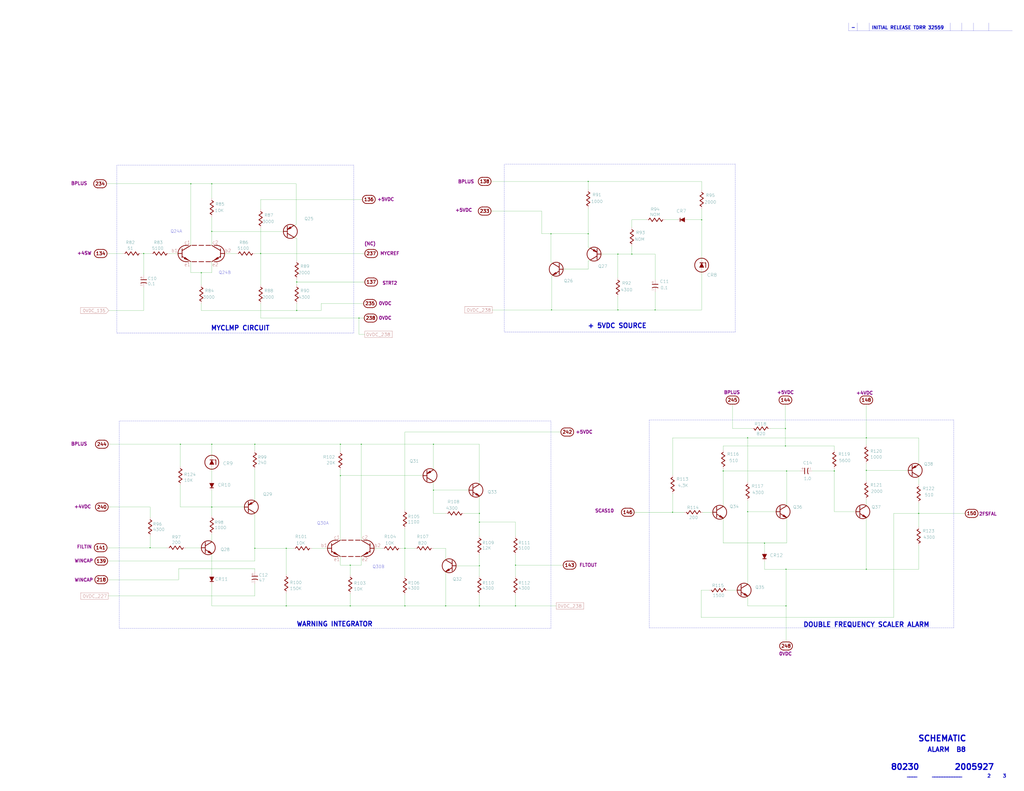
<source format=kicad_sch>
(kicad_sch (version 20211123) (generator eeschema)
  (paper "E")
  (junction (at 945.515 513.715))
  (junction (at 486.41 661.67))
  (junction (at 371.475 485.14))
  (junction (at 382.27 661.67))
  (junction (at 945.515 478.155))
  (junction (at 641.985 255.27))
  (junction (at 789.305 514.35))
  (junction (at 441.96 661.67))
  (junction (at 231.14 485.14))
  (junction (at 715.01 338.455))
  (junction (at 156.845 276.86))
  (junction (at 219.71 297.815))
  (junction (at 312.42 598.805))
  (junction (at 473.075 485.14))
  (junction (at 945.515 621.665))
  (junction (at 441.96 598.805))
  (junction (at 394.335 485.14))
  (junction (at 231.14 553.72))
  (junction (at 689.61 277.495))
  (junction (at 815.975 478.155))
  (junction (at 523.24 570.23))
  (junction (at 231.14 252.73))
  (junction (at 231.14 200.66))
  (junction (at 674.37 338.455))
  (junction (at 601.98 338.455))
  (junction (at 473.075 535.305))
  (junction (at 323.85 339.09))
  (junction (at 858.52 514.35))
  (junction (at 857.25 467.995))
  (junction (at 641.985 198.12))
  (junction (at 312.42 661.67))
  (junction (at 523.24 560.705))
  (junction (at 284.48 276.86))
  (junction (at 523.24 617.855))
  (junction (at 1002.665 560.705))
  (junction (at 562.61 661.67))
  (junction (at 208.28 200.66))
  (junction (at 815.975 558.8))
  (junction (at 278.13 598.805))
  (junction (at 834.39 593.09))
  (junction (at 278.13 485.14))
  (junction (at 857.885 621.665))
  (junction (at 734.06 559.435))
  (junction (at 857.885 661.67))
  (junction (at 910.59 514.35))
  (junction (at 323.85 307.975))
  (junction (at 523.24 661.67))
  (junction (at 601.345 255.27))
  (junction (at 382.27 617.22))
  (junction (at 674.37 277.495))
  (junction (at 765.81 240.03))
  (junction (at 391.795 347.345))
  (junction (at 857.25 487.045))
  (junction (at 196.85 485.14))
  (junction (at 371.475 519.43))
  (junction (at 562.61 617.22))
  (junction (at 163.83 598.17))
  (wire (pts (xy 486.41 661.67) (xy 523.24 661.67)))
  (wire (pts (xy 117.475 633.095) (xy 194.945 633.095)))
  (wire (pts (xy 323.85 284.48) (xy 323.85 260.35)))
  (wire (pts (xy 208.28 267.97) (xy 208.28 200.66)))
  (wire (pts (xy 196.85 485.14) (xy 231.14 485.14)))
  (wire (pts (xy 506.73 560.705) (xy 523.24 560.705)))
  (wire (pts (xy 857.885 661.67) (xy 857.885 621.665)))
  (wire (pts (xy 765.81 207.645) (xy 765.81 198.12)))
  (wire (pts (xy 284.48 276.86) (xy 398.145 276.86)))
  (wire (pts (xy 284.48 217.805) (xy 395.605 217.805)))
  (wire (pts (xy 601.98 338.455) (xy 601.98 301.625)))
  (wire (pts (xy 591.185 255.27) (xy 601.345 255.27)))
  (polyline (pts (xy 708.66 685.8) (xy 1040.765 685.8)))
  (wire (pts (xy 473.075 485.14) (xy 523.24 485.14)))
  (wire (pts (xy 674.37 303.53) (xy 674.37 277.495)))
  (wire (pts (xy 945.515 525.145) (xy 945.515 513.715)))
  (wire (pts (xy 231.14 563.245) (xy 231.14 553.72)))
  (wire (pts (xy 278.13 624.205) (xy 278.13 621.03)))
  (wire (pts (xy 523.24 605.79) (xy 523.24 617.855)))
  (wire (pts (xy 486.41 624.205) (xy 486.41 661.67)))
  (wire (pts (xy 601.98 301.625) (xy 603.25 300.355)))
  (wire (pts (xy 945.515 513.715) (xy 945.515 506.095)))
  (wire (pts (xy 641.985 294.005) (xy 641.985 285.115)))
  (wire (pts (xy 371.475 485.14) (xy 394.335 485.14)))
  (wire (pts (xy 705.485 240.03) (xy 689.61 240.03)))
  (wire (pts (xy 765.81 198.12) (xy 641.985 198.12)))
  (wire (pts (xy 323.85 339.09) (xy 350.52 339.09)))
  (wire (pts (xy 715.01 318.77) (xy 715.01 338.455)))
  (wire (pts (xy 312.42 661.67) (xy 312.42 647.7)))
  (wire (pts (xy 641.985 285.115) (xy 644.525 283.845)))
  (wire (pts (xy 196.85 509.27) (xy 196.85 485.14)))
  (wire (pts (xy 789.305 565.785) (xy 789.305 593.09)))
  (wire (pts (xy 815.975 478.155) (xy 945.515 478.155)))
  (wire (pts (xy 231.14 553.72) (xy 196.85 553.72)))
  (wire (pts (xy 278.13 485.14) (xy 371.475 485.14)))
  (wire (pts (xy 312.42 598.805) (xy 278.13 598.805)))
  (wire (pts (xy 523.24 570.23) (xy 523.24 585.47)))
  (wire (pts (xy 562.61 585.47) (xy 562.61 570.23)))
  (wire (pts (xy 441.96 556.895) (xy 441.96 471.805)))
  (polyline (pts (xy 1078.992 25.019) (xy 1078.992 33.655)) (stroke (width 0) (type solid)))
  (wire (pts (xy 975.36 674.37) (xy 975.36 560.705)))
  (wire (pts (xy 535.94 198.12) (xy 641.985 198.12)))
  (wire (pts (xy 674.37 338.455) (xy 601.98 338.455)))
  (wire (pts (xy 231.14 252.73) (xy 231.14 236.855)))
  (polyline (pts (xy 386.08 363.855) (xy 386.08 180.34)))
  (wire (pts (xy 765.81 240.03) (xy 765.81 227.965)))
  (wire (pts (xy 441.96 661.67) (xy 441.96 649.605)))
  (wire (pts (xy 486.41 598.805) (xy 473.075 598.805)))
  (wire (pts (xy 208.28 297.815) (xy 219.71 297.815)))
  (wire (pts (xy 284.48 248.92) (xy 284.48 276.86)))
  (wire (pts (xy 777.875 559.435) (xy 767.08 559.435)))
  (wire (pts (xy 857.25 441.325) (xy 857.25 467.995)))
  (wire (pts (xy 591.185 230.505) (xy 591.185 255.27)))
  (wire (pts (xy 857.885 661.67) (xy 857.885 701.04)))
  (polyline (pts (xy 1062.482 25.019) (xy 1062.482 33.655)) (stroke (width 0) (type solid)))
  (wire (pts (xy 689.61 240.03) (xy 689.61 248.285)))
  (polyline (pts (xy 601.345 686.435) (xy 601.345 459.74)))
  (wire (pts (xy 774.065 644.525) (xy 765.175 644.525)))
  (wire (pts (xy 975.36 560.705) (xy 1002.665 560.705)))
  (wire (pts (xy 497.84 617.855) (xy 523.24 617.855)))
  (wire (pts (xy 231.14 661.67) (xy 312.42 661.67)))
  (wire (pts (xy 765.175 644.525) (xy 765.175 674.37)))
  (wire (pts (xy 799.465 441.325) (xy 799.465 467.995)))
  (wire (pts (xy 715.01 305.435) (xy 715.01 277.495)))
  (wire (pts (xy 284.48 331.47) (xy 284.48 347.345)))
  (wire (pts (xy 511.81 535.305) (xy 473.075 535.305)))
  (wire (pts (xy 857.885 621.665) (xy 834.39 621.665)))
  (wire (pts (xy 371.475 519.43) (xy 371.475 589.915)))
  (wire (pts (xy 857.885 621.665) (xy 945.515 621.665)))
  (wire (pts (xy 371.475 485.14) (xy 371.475 492.76)))
  (wire (pts (xy 473.075 535.305) (xy 473.075 525.78)))
  (wire (pts (xy 278.13 485.14) (xy 278.13 492.125)))
  (wire (pts (xy 734.06 539.115) (xy 734.06 559.435)))
  (wire (pts (xy 323.85 304.8) (xy 323.85 307.975)))
  (wire (pts (xy 156.845 313.69) (xy 156.845 339.09)))
  (wire (pts (xy 231.14 637.54) (xy 231.14 661.67)))
  (wire (pts (xy 765.81 294.64) (xy 765.81 338.455)))
  (wire (pts (xy 441.96 598.805) (xy 437.515 598.805)))
  (wire (pts (xy 284.48 228.6) (xy 284.48 217.805)))
  (polyline (pts (xy 926.084 33.655) (xy 1104.9 33.655)) (stroke (width 0) (type solid)))
  (polyline (pts (xy 130.175 686.435) (xy 601.345 686.435)))
  (wire (pts (xy 320.675 246.38) (xy 323.215 245.11)))
  (wire (pts (xy 1002.665 528.955) (xy 1002.665 520.065)))
  (wire (pts (xy 562.61 605.79) (xy 562.61 617.22)))
  (polyline (pts (xy 708.66 458.47) (xy 708.66 685.8)))
  (wire (pts (xy 945.515 441.325) (xy 945.515 478.155)))
  (wire (pts (xy 182.245 598.17) (xy 163.83 598.17)))
  (wire (pts (xy 231.14 535.305) (xy 231.14 553.72)))
  (wire (pts (xy 910.59 487.045) (xy 910.59 491.49)))
  (wire (pts (xy 834.39 593.09) (xy 858.52 593.09)))
  (wire (pts (xy 323.85 307.975) (xy 323.85 311.15)))
  (wire (pts (xy 562.61 617.22) (xy 562.61 629.285)))
  (polyline (pts (xy 601.345 459.74) (xy 130.175 459.74)))
  (polyline (pts (xy 1040.765 458.47) (xy 708.66 458.47)))
  (wire (pts (xy 371.475 519.43) (xy 371.475 513.08)))
  (wire (pts (xy 523.24 649.605) (xy 523.24 661.67)))
  (wire (pts (xy 886.46 514.35) (xy 910.59 514.35)))
  (wire (pts (xy 857.25 487.045) (xy 857.25 467.995)))
  (wire (pts (xy 163.83 598.17) (xy 163.83 585.47)))
  (wire (pts (xy 1002.665 621.665) (xy 945.515 621.665)))
  (wire (pts (xy 382.27 628.015) (xy 382.27 617.22)))
  (wire (pts (xy 133.985 276.86) (xy 116.84 276.86)))
  (wire (pts (xy 734.06 478.155) (xy 734.06 518.795)))
  (wire (pts (xy 857.25 487.045) (xy 910.59 487.045)))
  (wire (pts (xy 278.13 276.86) (xy 284.48 276.86)))
  (wire (pts (xy 815.975 661.67) (xy 857.885 661.67)))
  (wire (pts (xy 644.525 271.145) (xy 641.985 269.875)))
  (wire (pts (xy 815.975 558.8) (xy 815.975 638.175)))
  (wire (pts (xy 231.14 297.815) (xy 231.14 285.75)))
  (wire (pts (xy 231.14 485.14) (xy 278.13 485.14)))
  (wire (pts (xy 231.14 252.73) (xy 309.245 252.73)))
  (wire (pts (xy 562.61 661.67) (xy 562.61 649.605)))
  (wire (pts (xy 486.41 611.505) (xy 486.41 598.805)))
  (wire (pts (xy 815.975 650.875) (xy 815.975 661.67)))
  (wire (pts (xy 689.61 277.495) (xy 674.37 277.495)))
  (wire (pts (xy 601.345 255.27) (xy 641.985 255.27)))
  (wire (pts (xy 523.24 617.855) (xy 523.24 629.285)))
  (wire (pts (xy 858.52 593.09) (xy 858.52 565.15)))
  (wire (pts (xy 118.11 485.14) (xy 196.85 485.14)))
  (wire (pts (xy 394.335 617.22) (xy 394.335 607.695)))
  (wire (pts (xy 194.31 276.86) (xy 184.785 276.86)))
  (wire (pts (xy 765.175 674.37) (xy 975.36 674.37)))
  (wire (pts (xy 1002.665 560.705) (xy 1053.465 560.705)))
  (wire (pts (xy 523.24 541.655) (xy 523.24 560.705)))
  (wire (pts (xy 461.645 519.43) (xy 371.475 519.43)))
  (wire (pts (xy 371.475 607.695) (xy 371.475 617.22)))
  (wire (pts (xy 441.96 661.67) (xy 382.27 661.67)))
  (wire (pts (xy 641.985 198.12) (xy 641.985 207.01)))
  (wire (pts (xy 278.13 598.805) (xy 278.13 560.07)))
  (wire (pts (xy 219.71 331.47) (xy 219.71 339.09)))
  (polyline (pts (xy 386.08 180.34) (xy 127.635 180.34)))
  (wire (pts (xy 391.795 365.125) (xy 398.145 365.125)))
  (wire (pts (xy 1002.665 549.275) (xy 1002.665 560.705)))
  (wire (pts (xy 323.215 200.66) (xy 323.215 245.11)))
  (wire (pts (xy 789.305 553.085) (xy 789.305 514.35)))
  (polyline (pts (xy 802.64 362.585) (xy 802.64 179.07)))
  (wire (pts (xy 834.39 621.665) (xy 834.39 612.775)))
  (wire (pts (xy 674.37 323.85) (xy 674.37 338.455)))
  (wire (pts (xy 815.975 526.415) (xy 815.975 478.155)))
  (wire (pts (xy 910.59 558.8) (xy 934.085 558.8)))
  (wire (pts (xy 834.39 602.615) (xy 834.39 593.09)))
  (wire (pts (xy 441.96 471.805) (xy 612.14 471.805)))
  (wire (pts (xy 278.13 598.805) (xy 278.13 612.775)))
  (wire (pts (xy 118.11 553.72) (xy 163.83 553.72)))
  (wire (pts (xy 231.14 252.73) (xy 231.14 267.97)))
  (wire (pts (xy 118.11 650.875) (xy 278.13 650.875)))
  (wire (pts (xy 815.975 478.155) (xy 734.06 478.155)))
  (wire (pts (xy 219.71 598.17) (xy 202.565 598.17)))
  (polyline (pts (xy 948.69 25.019) (xy 948.69 33.655)) (stroke (width 0) (type solid)))
  (wire (pts (xy 789.305 514.35) (xy 789.305 511.81)))
  (wire (pts (xy 219.71 339.09) (xy 323.85 339.09)))
  (wire (pts (xy 164.465 276.86) (xy 156.845 276.86)))
  (wire (pts (xy 858.52 552.45) (xy 858.52 514.35)))
  (wire (pts (xy 231.14 200.66) (xy 323.215 200.66)))
  (polyline (pts (xy 1049.782 25.019) (xy 1049.782 33.655)) (stroke (width 0) (type solid)))
  (wire (pts (xy 382.27 661.67) (xy 382.27 648.335)))
  (wire (pts (xy 473.075 560.705) (xy 486.41 560.705)))
  (wire (pts (xy 382.27 617.22) (xy 394.335 617.22)))
  (wire (pts (xy 523.24 485.14) (xy 523.24 528.955)))
  (wire (pts (xy 323.85 307.975) (xy 398.145 307.975)))
  (wire (pts (xy 765.81 284.48) (xy 765.81 240.03)))
  (wire (pts (xy 601.98 338.455) (xy 537.21 338.455)))
  (wire (pts (xy 350.52 339.09) (xy 350.52 331.47)))
  (polyline (pts (xy 926.084 25.019) (xy 926.084 33.655)) (stroke (width 0) (type solid)))
  (wire (pts (xy 746.76 559.435) (xy 734.06 559.435)))
  (wire (pts (xy 789.305 487.045) (xy 857.25 487.045)))
  (wire (pts (xy 749.935 240.03) (xy 765.81 240.03)))
  (wire (pts (xy 323.85 339.09) (xy 323.85 331.47)))
  (polyline (pts (xy 550.545 179.705) (xy 550.545 362.585)))
  (wire (pts (xy 689.61 268.605) (xy 689.61 277.495)))
  (wire (pts (xy 562.61 617.22) (xy 614.68 617.22)))
  (wire (pts (xy 231.14 509.905) (xy 231.14 525.145)))
  (wire (pts (xy 739.775 240.03) (xy 725.805 240.03)))
  (wire (pts (xy 116.84 598.17) (xy 163.83 598.17)))
  (wire (pts (xy 231.14 591.82) (xy 231.14 583.565)))
  (wire (pts (xy 371.475 617.22) (xy 382.27 617.22)))
  (wire (pts (xy 441.96 577.215) (xy 441.96 598.805)))
  (wire (pts (xy 208.28 200.66) (xy 231.14 200.66)))
  (wire (pts (xy 945.515 552.45) (xy 945.515 545.465)))
  (polyline (pts (xy 127.635 363.855) (xy 386.08 363.855)))
  (wire (pts (xy 804.545 644.525) (xy 794.385 644.525)))
  (wire (pts (xy 486.41 661.67) (xy 441.96 661.67)))
  (wire (pts (xy 320.675 259.08) (xy 323.85 260.35)))
  (wire (pts (xy 1002.665 507.365) (xy 1002.665 478.155)))
  (wire (pts (xy 535.94 230.505) (xy 591.185 230.505)))
  (wire (pts (xy 840.74 467.995) (xy 857.25 467.995)))
  (wire (pts (xy 391.795 347.345) (xy 397.51 347.345)))
  (wire (pts (xy 357.505 598.805) (xy 340.36 598.805)))
  (wire (pts (xy 1002.665 575.31) (xy 1002.665 560.705)))
  (wire (pts (xy 208.28 285.75) (xy 208.28 297.815)))
  (wire (pts (xy 156.845 300.355) (xy 156.845 276.86)))
  (wire (pts (xy 350.52 331.47) (xy 396.875 331.47)))
  (polyline (pts (xy 935.736 25.019) (xy 935.736 33.655)) (stroke (width 0) (type solid)))
  (polyline (pts (xy 550.545 362.585) (xy 802.64 362.585)))
  (wire (pts (xy 641.985 269.875) (xy 641.985 255.27)))
  (wire (pts (xy 156.845 276.86) (xy 154.305 276.86)))
  (wire (pts (xy 523.24 560.705) (xy 523.24 570.23)))
  (wire (pts (xy 231.14 216.535) (xy 231.14 200.66)))
  (wire (pts (xy 765.81 338.455) (xy 715.01 338.455)))
  (wire (pts (xy 715.01 277.495) (xy 689.61 277.495)))
  (wire (pts (xy 394.335 485.14) (xy 394.335 589.915)))
  (wire (pts (xy 278.13 621.03) (xy 194.945 621.03)))
  (wire (pts (xy 523.24 661.67) (xy 562.61 661.67)))
  (wire (pts (xy 1002.665 595.63) (xy 1002.665 621.665)))
  (wire (pts (xy 194.945 621.03) (xy 194.945 633.095)))
  (wire (pts (xy 312.42 627.38) (xy 312.42 598.805)))
  (wire (pts (xy 156.845 339.09) (xy 118.745 339.09)))
  (wire (pts (xy 789.305 491.49) (xy 789.305 487.045)))
  (wire (pts (xy 945.515 485.775) (xy 945.515 478.155)))
  (polyline (pts (xy 127.635 180.34) (xy 127.635 363.855)))
  (wire (pts (xy 945.515 621.665) (xy 945.515 565.15)))
  (wire (pts (xy 231.14 485.14) (xy 231.14 499.745)))
  (wire (pts (xy 231.14 604.52) (xy 231.14 627.38)))
  (wire (pts (xy 473.075 485.14) (xy 473.075 513.08)))
  (wire (pts (xy 910.59 511.81) (xy 910.59 514.35)))
  (wire (pts (xy 674.37 277.495) (xy 655.955 277.495)))
  (wire (pts (xy 382.27 661.67) (xy 312.42 661.67)))
  (wire (pts (xy 394.335 485.14) (xy 473.075 485.14)))
  (wire (pts (xy 278.13 637.54) (xy 278.13 650.875)))
  (wire (pts (xy 603.25 287.655) (xy 601.345 286.385)))
  (wire (pts (xy 562.61 570.23) (xy 523.24 570.23)))
  (wire (pts (xy 278.13 547.37) (xy 278.13 512.445)))
  (wire (pts (xy 815.975 546.735) (xy 815.975 558.8)))
  (polyline (pts (xy 802.64 179.07) (xy 550.545 179.07)))
  (wire (pts (xy 219.71 311.15) (xy 219.71 297.815)))
  (wire (pts (xy 614.68 294.005) (xy 641.985 294.005)))
  (polyline (pts (xy 130.175 459.74) (xy 130.175 686.435)))
  (polyline (pts (xy 1040.765 685.8) (xy 1040.765 458.47)))
  (wire (pts (xy 641.985 255.27) (xy 641.985 227.33)))
  (wire (pts (xy 1002.665 478.155) (xy 945.515 478.155)))
  (wire (pts (xy 815.975 558.8) (xy 847.09 558.8)))
  (wire (pts (xy 320.04 598.805) (xy 312.42 598.805)))
  (wire (pts (xy 196.85 553.72) (xy 196.85 529.59)))
  (wire (pts (xy 601.345 286.385) (xy 601.345 255.27)))
  (wire (pts (xy 231.14 553.72) (xy 266.7 553.72)))
  (polyline (pts (xy 1037.082 25.019) (xy 1037.082 33.655)) (stroke (width 0) (type solid)))
  (wire (pts (xy 284.48 276.86) (xy 284.48 311.15)))
  (wire (pts (xy 116.205 200.66) (xy 208.28 200.66)))
  (wire (pts (xy 858.52 514.35) (xy 873.125 514.35)))
  (wire (pts (xy 417.195 598.805) (xy 408.305 598.805)))
  (wire (pts (xy 715.01 338.455) (xy 674.37 338.455)))
  (wire (pts (xy 391.795 347.345) (xy 391.795 365.125)))
  (wire (pts (xy 692.15 559.435) (xy 734.06 559.435)))
  (wire (pts (xy 473.075 535.305) (xy 473.075 560.705)))
  (wire (pts (xy 284.48 347.345) (xy 391.795 347.345)))
  (wire (pts (xy 991.235 513.715) (xy 945.515 513.715)))
  (wire (pts (xy 910.59 514.35) (xy 910.59 558.8)))
  (wire (pts (xy 219.71 297.815) (xy 231.14 297.815)))
  (wire (pts (xy 163.83 565.15) (xy 163.83 553.72)))
  (wire (pts (xy 789.305 593.09) (xy 834.39 593.09)))
  (wire (pts (xy 117.475 612.775) (xy 278.13 612.775)))
  (wire (pts (xy 441.96 598.805) (xy 452.755 598.805)))
  (wire (pts (xy 820.42 467.995) (xy 799.465 467.995)))
  (wire (pts (xy 257.81 276.86) (xy 245.11 276.86)))
  (wire (pts (xy 607.06 661.67) (xy 562.61 661.67)))
  (wire (pts (xy 858.52 514.35) (xy 789.305 514.35)))
  (wire (pts (xy 441.96 598.805) (xy 441.96 629.285)))
  (text "MYCLMP CIRCUIT" (at 294.64 361.315 180) (effects (font (size 5.08 5.08) (thickness 1.016) bold) (justify right bottom)))
  (text "+ 5VDC SOURCE" (at 706.12 358.775 180) (effects (font (size 5.08 5.08) (thickness 1.016) bold) (justify right bottom)))
  (text "2005927" (at 1041.4 841.375 0) (effects (font (size 6.35 6.35) (thickness 1.27) bold) (justify left bottom)))
  (text "2     3" (at 1077.2648 849.6046 0) (effects (font (size 3.556 3.556) (thickness 0.7112) bold) (justify left bottom)))
  (text "____" (at 989.6348 848.9696 0) (effects (font (size 3.556 3.556) (thickness 0.7112) bold) (justify left bottom)))
  (text "____________" (at 1016.9398 848.9696 0) (effects (font (size 3.556 3.556) (thickness 0.7112) bold) (justify left bottom)))
  (text "DOUBLE FREQUENCY SCALER ALARM" (at 1014.73 685.165 180) (effects (font (size 5.08 5.08) (thickness 1.016) bold) (justify right bottom)))
  (text "INITIAL RELEASE TDRR 32559" (at 951.103 32.385 0) (effects (font (size 3.556 3.556) (thickness 0.7112) bold) (justify left bottom)))
  (text "SCHEMATIC" (at 1001.6998 810.2346 0) (effects (font (size 6.35 6.35) (thickness 1.27) bold) (justify left bottom)))
  (text "WARNING INTEGRATOR" (at 407.035 684.53 180) (effects (font (size 5.08 5.08) (thickness 1.016) bold) (justify right bottom)))
  (text "Q30B" (at 419.735 621.03 180) (effects (font (size 3.302 3.302)) (justify right bottom)))
  (text "-" (at 928.624 32.131 0) (effects (font (size 3.556 3.556) (thickness 0.7112) bold) (justify left bottom)))
  (text "80230" (at 971.8548 841.3496 0) (effects (font (size 6.35 6.35) (thickness 1.27) bold) (justify left bottom)))
  (text "Q24A" (at 186.055 254.635 0) (effects (font (size 3.302 3.302)) (justify left bottom)))
  (text "Q24B" (at 238.76 299.72 0) (effects (font (size 3.302 3.302)) (justify left bottom)))
  (text "ALARM  B8" (at 1011.8598 821.6646 0) (effects (font (size 5.08 5.08) (thickness 1.016) bold) (justify left bottom)))
  (text "Q30A" (at 358.775 573.405 180) (effects (font (size 3.302 3.302)) (justify right bottom)))
  (global_label "0VDC_238" (shape passive) (at 398.145 365.125 0) (effects (font (size 3.556 3.556))) (property "Intersheet References" "${INTERSHEET_REFS}" (effects hide)))
  (global_label "0VDC_238" (shape passive) (at 537.21 338.455 180) (effects (font (size 3.556 3.556))) (property "Intersheet References" "${INTERSHEET_REFS}" (effects hide)))
  (global_label "0VDC_135" (shape input) (at 118.745 339.09 180) (effects (font (size 3.302 3.302))) (property "Intersheet References" "${INTERSHEET_REFS}" (effects hide)))
  (global_label "0VDC_238" (shape passive) (at 607.06 661.67 0) (effects (font (size 3.556 3.556))) (property "Intersheet References" "${INTERSHEET_REFS}" (effects hide)))
  (global_label "0VDC_227" (shape passive) (at 118.11 650.875 180) (effects (font (size 3.556 3.556))) (property "Intersheet References" "${INTERSHEET_REFS}" (effects hide)))
  (symbol (lib_id "AGC_DSKY:ConnectorB8-200") (at 111.125 553.72 0) (unit 40)
    (property "Reference" "J2" (effects hide))
    (property "Value" "ConnectorB8-200" (effects hide))
    (property "Caption" "+4VDC" (at 90.17 555.625 0) (effects (font (size 3.556 3.556) bold) (justify bottom)))
  )
  (symbol (lib_id "AGC_DSKY:Transistor-NPN-dual4") (at 219.71 276.86 0) (mirror y) (unit 1)
    (property "Reference" "Q24" (effects hide))
    (property "Value" "Transistor-NPN-dual4" (effects hide))
  )
  (symbol (lib_id "AGC_DSKY:Transistor-PNP") (at 316.865 252.73 0) (unit 1)
    (property "Reference" "Q25" (at 337.185 238.76 0) (effects (font (size 3.302 3.302))))
    (property "Value" "Transistor-PNP" (effects hide))
  )
  (symbol (lib_id "AGC_DSKY:Capacitor-Polarized") (at 156.845 307.34 0) (unit 1)
    (property "Reference" "C10" (at 161.036 304.1142 0) (effects (font (size 3.302 3.302)) (justify left)))
    (property "Value" "0.1" (at 161.036 309.88 0) (effects (font (size 3.302 3.302)) (justify left)))
  )
  (symbol (lib_id "AGC_DSKY:Resistor") (at 144.145 276.86 0) (mirror x) (unit 1)
    (property "Reference" "R82" (at 142.24 264.795 0) (effects (font (size 3.302 3.302))))
    (property "Value" "51" (at 142.24 271.145 0) (effects (font (size 3.302 3.302))))
  )
  (symbol (lib_id "AGC_DSKY:Resistor") (at 174.625 276.86 0) (mirror x) (unit 1)
    (property "Reference" "R83" (at 172.72 264.795 0) (effects (font (size 3.302 3.302))))
    (property "Value" "5100" (at 172.085 271.145 0) (effects (font (size 3.302 3.302))))
  )
  (symbol (lib_id "AGC_DSKY:Resistor") (at 267.97 276.86 0) (mirror x) (unit 1)
    (property "Reference" "R86" (at 266.065 264.795 0) (effects (font (size 3.302 3.302))))
    (property "Value" "5100" (at 265.43 271.145 0) (effects (font (size 3.302 3.302))))
  )
  (symbol (lib_id "AGC_DSKY:Resistor") (at 231.14 226.695 90) (mirror x) (unit 1)
    (property "Reference" "R85" (at 240.03 222.885 90) (effects (font (size 3.302 3.302))))
    (property "Value" "10K" (at 239.395 229.87 90) (effects (font (size 3.302 3.302))))
  )
  (symbol (lib_id "AGC_DSKY:Resistor") (at 284.48 238.76 90) (mirror x) (unit 1)
    (property "Reference" "R87" (at 293.37 234.95 90) (effects (font (size 3.302 3.302))))
    (property "Value" "3000" (at 292.735 241.935 90) (effects (font (size 3.302 3.302))))
  )
  (symbol (lib_id "AGC_DSKY:Resistor") (at 219.71 321.31 90) (mirror x) (unit 1)
    (property "Reference" "R84" (at 228.6 317.5 90) (effects (font (size 3.302 3.302))))
    (property "Value" "3000" (at 227.965 324.485 90) (effects (font (size 3.302 3.302))))
  )
  (symbol (lib_id "AGC_DSKY:Resistor") (at 284.48 321.31 90) (mirror x) (unit 1)
    (property "Reference" "R88" (at 293.37 317.5 90) (effects (font (size 3.302 3.302))))
    (property "Value" "2000" (at 292.735 324.485 90) (effects (font (size 3.302 3.302))))
  )
  (symbol (lib_id "AGC_DSKY:Resistor") (at 323.85 294.64 90) (mirror x) (unit 1)
    (property "Reference" "R89" (at 332.74 290.83 90) (effects (font (size 3.302 3.302))))
    (property "Value" "2000" (at 332.105 297.815 90) (effects (font (size 3.302 3.302))))
  )
  (symbol (lib_id "AGC_DSKY:Resistor") (at 323.85 321.31 90) (mirror x) (unit 1)
    (property "Reference" "R90" (at 332.74 317.5 90) (effects (font (size 3.302 3.302))))
    (property "Value" "4300" (at 332.105 324.485 90) (effects (font (size 3.302 3.302))))
  )
  (symbol (lib_id "AGC_DSKY:Transistor-NPN") (at 607.06 294.005 0) (mirror y) (unit 1)
    (property "Reference" "Q26" (at 620.395 306.705 0) (effects (font (size 3.302 3.302))))
    (property "Value" "Transistor-NPN" (effects hide))
  )
  (symbol (lib_id "AGC_DSKY:Transistor-PNP") (at 648.335 277.495 0) (mirror y) (unit 1)
    (property "Reference" "Q27" (at 657.86 290.83 0) (effects (font (size 3.302 3.302))))
    (property "Value" "Transistor-PNP" (effects hide))
  )
  (symbol (lib_id "AGC_DSKY:Diode-Zener") (at 765.81 289.56 270) (unit 1)
    (property "Reference" "CR8" (at 771.525 300.355 90) (effects (font (size 3.556 3.556)) (justify left)))
    (property "Value" "Diode-Zener" (effects hide))
  )
  (symbol (lib_id "AGC_DSKY:Diode") (at 744.855 240.03 0) (unit 1)
    (property "Reference" "CR7" (at 743.585 230.505 0) (effects (font (size 3.556 3.556))))
    (property "Value" "Diode" (effects hide))
  )
  (symbol (lib_id "AGC_DSKY:Capacitor-Polarized") (at 715.01 312.42 0) (unit 1)
    (property "Reference" "C11" (at 720.09 307.34 0) (effects (font (size 3.302 3.302)) (justify left)))
    (property "Value" "0.1" (at 720.725 314.325 0) (effects (font (size 3.302 3.302)) (justify left)))
  )
  (symbol (lib_id "AGC_DSKY:Resistor") (at 641.985 217.17 90) (mirror x) (unit 1)
    (property "Reference" "R91" (at 646.43 212.725 90) (effects (font (size 3.302 3.302)) (justify right)))
    (property "Value" "1000" (at 644.906 220.0402 90) (effects (font (size 3.302 3.302)) (justify right)))
  )
  (symbol (lib_id "AGC_DSKY:Resistor") (at 689.61 258.445 90) (mirror x) (unit 1)
    (property "Reference" "R93" (at 694.055 254 90) (effects (font (size 3.302 3.302)) (justify right)))
    (property "Value" "NOM" (at 692.531 261.3152 90) (effects (font (size 3.302 3.302)) (justify right)))
  )
  (symbol (lib_id "AGC_DSKY:Resistor") (at 674.37 313.69 90) (mirror x) (unit 1)
    (property "Reference" "R92" (at 678.815 309.245 90) (effects (font (size 3.302 3.302)) (justify right)))
    (property "Value" "4300" (at 677.291 316.5602 90) (effects (font (size 3.302 3.302)) (justify right)))
  )
  (symbol (lib_id "AGC_DSKY:Resistor") (at 765.81 217.805 90) (mirror x) (unit 1)
    (property "Reference" "R95" (at 770.255 213.36 90) (effects (font (size 3.302 3.302)) (justify right)))
    (property "Value" "2000" (at 768.731 220.6752 90) (effects (font (size 3.302 3.302)) (justify right)))
  )
  (symbol (lib_id "AGC_DSKY:Resistor") (at 715.645 240.03 0) (mirror y) (unit 1)
    (property "Reference" "R94" (at 709.93 228.6 0) (effects (font (size 3.302 3.302)) (justify right)))
    (property "Value" "NOM" (at 709.295 234.315 0) (effects (font (size 3.302 3.302)) (justify right)))
  )
  (symbol (lib_id "AGC_DSKY:Transistor-NPN") (at 785.495 559.435 0) (unit 1)
    (property "Reference" "Q34" (at 801.37 553.085 0) (effects (font (size 3.302 3.302))))
    (property "Value" "Transistor-NPN" (effects hide))
  )
  (symbol (lib_id "AGC_DSKY:Transistor-NPN") (at 854.71 558.8 0) (unit 1)
    (property "Reference" "Q36" (at 870.585 553.72 0) (effects (font (size 3.302 3.302))))
    (property "Value" "Transistor-NPN" (effects hide))
  )
  (symbol (lib_id "AGC_DSKY:Transistor-NPN") (at 812.165 644.525 0) (unit 1)
    (property "Reference" "Q35" (at 829.31 641.35 0) (effects (font (size 3.302 3.302))))
    (property "Value" "Transistor-NPN" (effects hide))
  )
  (symbol (lib_id "AGC_DSKY:Transistor-NPN") (at 941.705 558.8 0) (unit 1)
    (property "Reference" "Q37" (at 956.31 553.72 0) (effects (font (size 3.302 3.302))))
    (property "Value" "Transistor-NPN" (effects hide))
  )
  (symbol (lib_id "AGC_DSKY:Transistor-PNP") (at 998.855 513.715 0) (unit 1)
    (property "Reference" "Q38" (at 1013.46 506.73 0) (effects (font (size 3.302 3.302))))
    (property "Value" "Transistor-PNP" (effects hide))
  )
  (symbol (lib_id "AGC_DSKY:Diode") (at 834.39 607.695 90) (unit 1)
    (property "Reference" "CR12" (at 840.105 606.425 90) (effects (font (size 3.556 3.556)) (justify right)))
    (property "Value" "Diode" (effects hide))
  )
  (symbol (lib_id "AGC_DSKY:Capacitor-Polarized") (at 880.11 514.35 90) (mirror x) (unit 1)
    (property "Reference" "C14" (at 881.38 505.46 90) (effects (font (size 3.302 3.302))))
    (property "Value" "1.0" (at 881.38 522.605 90) (effects (font (size 3.302 3.302))))
  )
  (symbol (lib_id "AGC_DSKY:Resistor") (at 830.58 467.995 0) (unit 1)
    (property "Reference" "R118" (at 829.945 462.915 0) (effects (font (size 3.302 3.302))))
    (property "Value" "820" (at 830.58 473.71 0) (effects (font (size 3.302 3.302))))
  )
  (symbol (lib_id "AGC_DSKY:Resistor") (at 756.92 559.435 0) (unit 1)
    (property "Reference" "R114" (at 756.285 554.355 0) (effects (font (size 3.302 3.302))))
    (property "Value" "200" (at 756.92 565.15 0) (effects (font (size 3.302 3.302))))
  )
  (symbol (lib_id "AGC_DSKY:Resistor") (at 784.225 644.525 0) (unit 1)
    (property "Reference" "R115" (at 783.59 639.445 0) (effects (font (size 3.302 3.302))))
    (property "Value" "1500" (at 784.225 650.24 0) (effects (font (size 3.302 3.302))))
  )
  (symbol (lib_id "AGC_DSKY:Resistor") (at 734.06 528.955 270) (unit 1)
    (property "Reference" "R113" (at 744.855 523.24 90) (effects (font (size 3.302 3.302))))
    (property "Value" "4.3K" (at 745.49 530.225 90) (effects (font (size 3.302 3.302))))
  )
  (symbol (lib_id "AGC_DSKY:Resistor") (at 789.305 501.65 270) (unit 1)
    (property "Reference" "R116" (at 800.1 495.935 90) (effects (font (size 3.302 3.302))))
    (property "Value" "510" (at 800.735 502.92 90) (effects (font (size 3.302 3.302))))
  )
  (symbol (lib_id "AGC_DSKY:Resistor") (at 815.975 536.575 270) (unit 1)
    (property "Reference" "R117" (at 826.77 530.86 90) (effects (font (size 3.302 3.302))))
    (property "Value" "4300" (at 827.405 537.845 90) (effects (font (size 3.302 3.302))))
  )
  (symbol (lib_id "AGC_DSKY:Resistor") (at 910.59 501.65 270) (unit 1)
    (property "Reference" "R119" (at 921.385 495.935 90) (effects (font (size 3.302 3.302))))
    (property "Value" "5600" (at 922.02 502.92 90) (effects (font (size 3.302 3.302))))
  )
  (symbol (lib_id "AGC_DSKY:Resistor") (at 945.515 495.935 270) (unit 1)
    (property "Reference" "R120" (at 956.31 492.76 90) (effects (font (size 3.302 3.302))))
    (property "Value" "1000" (at 956.31 499.11 90) (effects (font (size 3.302 3.302))))
  )
  (symbol (lib_id "AGC_DSKY:Resistor") (at 1002.665 585.47 270) (unit 1)
    (property "Reference" "R123" (at 1013.46 579.755 90) (effects (font (size 3.302 3.302))))
    (property "Value" "4300" (at 1014.095 586.74 90) (effects (font (size 3.302 3.302))))
  )
  (symbol (lib_id "AGC_DSKY:Resistor") (at 1002.665 539.115 270) (unit 1)
    (property "Reference" "R122" (at 1013.46 533.4 90) (effects (font (size 3.302 3.302))))
    (property "Value" "510" (at 1014.095 540.385 90) (effects (font (size 3.302 3.302))))
  )
  (symbol (lib_id "AGC_DSKY:Resistor") (at 945.515 535.305 270) (unit 1)
    (property "Reference" "R121" (at 956.31 529.59 90) (effects (font (size 3.302 3.302))))
    (property "Value" "2000" (at 956.945 536.575 90) (effects (font (size 3.302 3.302))))
  )
  (symbol (lib_id "AGC_DSKY:Transistor-NPN") (at 227.33 598.17 0) (unit 1)
    (property "Reference" "Q28" (at 245.745 600.075 0) (effects (font (size 3.302 3.302))))
    (property "Value" "Transistor-NPN" (effects hide))
  )
  (symbol (lib_id "AGC_DSKY:Transistor-NPN") (at 519.43 535.305 0) (unit 1)
    (property "Reference" "Q33" (at 537.21 537.21 0) (effects (font (size 3.302 3.302))))
    (property "Value" "Transistor-NPN" (effects hide))
  )
  (symbol (lib_id "AGC_DSKY:Transistor-NPN") (at 490.22 617.855 0) (mirror y) (unit 1)
    (property "Reference" "Q32" (at 499.11 632.46 0) (effects (font (size 3.302 3.302))))
    (property "Value" "Transistor-NPN" (effects hide))
  )
  (symbol (lib_id "AGC_DSKY:Transistor-PNP") (at 469.265 519.43 0) (unit 1)
    (property "Reference" "Q31" (at 452.12 503.555 0) (effects (font (size 3.302 3.302))))
    (property "Value" "Transistor-PNP" (effects hide))
  )
  (symbol (lib_id "AGC_DSKY:Transistor-PNP") (at 274.32 553.72 0) (unit 1)
    (property "Reference" "Q29" (at 292.1 539.75 0) (effects (font (size 3.302 3.302))))
    (property "Value" "Transistor-PNP" (effects hide))
  )
  (symbol (lib_id "AGC_DSKY:Diode") (at 231.14 530.225 90) (unit 1)
    (property "Reference" "CR10" (at 237.49 529.59 90) (effects (font (size 3.556 3.556)) (justify right)))
    (property "Value" "Diode" (effects hide))
  )
  (symbol (lib_id "AGC_DSKY:Capacitor-Polarized") (at 278.13 631.19 0) (unit 1)
    (property "Reference" "C12" (at 282.321 627.9642 0) (effects (font (size 3.302 3.302)) (justify left)))
    (property "Value" "47" (at 282.321 633.73 0) (effects (font (size 3.302 3.302)) (justify left)))
  )
  (symbol (lib_id "AGC_DSKY:Transistor-NPN-dual4") (at 382.905 598.805 0) (mirror y) (unit 1)
    (property "Reference" "C30" (effects hide))
    (property "Value" "Transistor-NPN-dual4" (effects hide))
  )
  (symbol (lib_id "AGC_DSKY:Diode") (at 231.14 632.46 90) (unit 1)
    (property "Reference" "CR11" (at 234.4166 632.46 90) (effects (font (size 3.556 3.556)) (justify right)))
    (property "Value" "Diode" (effects hide))
  )
  (symbol (lib_id "AGC_DSKY:Resistor") (at 163.83 575.31 90) (mirror x) (unit 1)
    (property "Reference" "R96" (at 166.751 572.4144 90) (effects (font (size 3.302 3.302)) (justify right)))
    (property "Value" "4300" (at 166.751 578.1802 90) (effects (font (size 3.302 3.302)) (justify right)))
  )
  (symbol (lib_id "AGC_DSKY:Resistor") (at 196.85 519.43 90) (mirror x) (unit 1)
    (property "Reference" "R124" (at 200.66 518.16 90) (effects (font (size 3.302 3.302)) (justify right)))
    (property "Value" "10K" (at 200.66 524.51 90) (effects (font (size 3.302 3.302)) (justify right)))
  )
  (symbol (lib_id "AGC_DSKY:Resistor") (at 441.96 639.445 90) (mirror x) (unit 1)
    (property "Reference" "R106" (at 444.881 636.5494 90) (effects (font (size 3.302 3.302)) (justify right)))
    (property "Value" "4300" (at 444.881 642.3152 90) (effects (font (size 3.302 3.302)) (justify right)))
  )
  (symbol (lib_id "AGC_DSKY:Resistor") (at 523.24 639.445 90) (mirror x) (unit 1)
    (property "Reference" "R110" (at 526.161 636.5494 90) (effects (font (size 3.302 3.302)) (justify right)))
    (property "Value" "4300" (at 526.161 642.3152 90) (effects (font (size 3.302 3.302)) (justify right)))
  )
  (symbol (lib_id "AGC_DSKY:Resistor") (at 562.61 639.445 90) (mirror x) (unit 1)
    (property "Reference" "R112" (at 565.531 636.5494 90) (effects (font (size 3.302 3.302)) (justify right)))
    (property "Value" "4300" (at 565.531 642.3152 90) (effects (font (size 3.302 3.302)) (justify right)))
  )
  (symbol (lib_id "AGC_DSKY:Resistor") (at 562.61 595.63 90) (mirror x) (unit 1)
    (property "Reference" "R111" (at 565.531 592.7344 90) (effects (font (size 3.302 3.302)) (justify right)))
    (property "Value" "5100" (at 565.531 598.5002 90) (effects (font (size 3.302 3.302)) (justify right)))
  )
  (symbol (lib_id "AGC_DSKY:Resistor") (at 523.24 595.63 90) (mirror x) (unit 1)
    (property "Reference" "R109" (at 526.161 592.7344 90) (effects (font (size 3.302 3.302)) (justify right)))
    (property "Value" "12K" (at 526.161 598.5002 90) (effects (font (size 3.302 3.302)) (justify right)))
  )
  (symbol (lib_id "AGC_DSKY:Resistor") (at 382.27 638.175 90) (mirror x) (unit 1)
    (property "Reference" "R103" (at 386.08 636.905 90) (effects (font (size 3.302 3.302)) (justify right)))
    (property "Value" "10K" (at 386.08 643.255 90) (effects (font (size 3.302 3.302)) (justify right)))
  )
  (symbol (lib_id "AGC_DSKY:Resistor") (at 312.42 637.54 90) (mirror x) (unit 1)
    (property "Reference" "R100" (at 316.23 636.27 90) (effects (font (size 3.302 3.302)) (justify right)))
    (property "Value" "150K" (at 316.23 642.62 90) (effects (font (size 3.302 3.302)) (justify right)))
  )
  (symbol (lib_id "AGC_DSKY:Resistor") (at 441.96 567.055 90) (mirror x) (unit 1)
    (property "Reference" "R105" (at 444.881 564.1594 90) (effects (font (size 3.302 3.302)) (justify right)))
    (property "Value" "1100" (at 444.881 569.9252 90) (effects (font (size 3.302 3.302)) (justify right)))
  )
  (symbol (lib_id "AGC_DSKY:Resistor") (at 278.13 502.285 90) (mirror x) (unit 1)
    (property "Reference" "R99" (at 281.051 499.3894 90) (effects (font (size 3.302 3.302)) (justify right)))
    (property "Value" "240" (at 281.051 505.1552 90) (effects (font (size 3.302 3.302)) (justify right)))
  )
  (symbol (lib_id "AGC_DSKY:Resistor") (at 231.14 573.405 90) (mirror x) (unit 1)
    (property "Reference" "R98" (at 234.061 570.5094 90) (effects (font (size 3.302 3.302)) (justify right)))
    (property "Value" "1000" (at 234.061 576.2752 90) (effects (font (size 3.302 3.302)) (justify right)))
  )
  (symbol (lib_id "AGC_DSKY:Resistor") (at 371.475 502.92 90) (mirror x) (unit 1)
    (property "Reference" "R102" (at 352.425 499.11 90) (effects (font (size 3.302 3.302)) (justify right)))
    (property "Value" "20K" (at 356.235 505.46 90) (effects (font (size 3.302 3.302)) (justify right)))
  )
  (symbol (lib_id "AGC_DSKY:Resistor") (at 192.405 598.17 0) (mirror y) (unit 1)
    (property "Reference" "R97" (at 192.405 586.5876 0) (effects (font (size 3.302 3.302))))
    (property "Value" "200" (at 192.405 592.3534 0) (effects (font (size 3.302 3.302))))
  )
  (symbol (lib_id "AGC_DSKY:Resistor") (at 330.2 598.805 0) (mirror x) (unit 1)
    (property "Reference" "R101" (at 335.28 586.105 0) (effects (font (size 3.302 3.302)) (justify right)))
    (property "Value" "10K" (at 333.375 593.09 0) (effects (font (size 3.302 3.302)) (justify right)))
  )
  (symbol (lib_id "AGC_DSKY:Resistor") (at 427.355 598.805 0) (mirror x) (unit 1)
    (property "Reference" "R104" (at 432.435 586.105 0) (effects (font (size 3.302 3.302)) (justify right)))
    (property "Value" "10K" (at 430.53 593.09 0) (effects (font (size 3.302 3.302)) (justify right)))
  )
  (symbol (lib_id "AGC_DSKY:Resistor") (at 462.915 598.805 0) (mirror x) (unit 1)
    (property "Reference" "R107" (at 467.995 586.105 0) (effects (font (size 3.302 3.302)) (justify right)))
    (property "Value" "820" (at 466.09 593.09 0) (effects (font (size 3.302 3.302)) (justify right)))
  )
  (symbol (lib_id "AGC_DSKY:Resistor") (at 496.57 560.705 0) (mirror x) (unit 1)
    (property "Reference" "R108" (at 501.65 548.005 0) (effects (font (size 3.302 3.302)) (justify right)))
    (property "Value" "4300" (at 499.745 554.99 0) (effects (font (size 3.302 3.302)) (justify right)))
  )
  (symbol (lib_id "AGC_DSKY:Diode-Zener") (at 231.14 504.825 270) (unit 1)
    (property "Reference" "CR9" (at 243.205 506.095 90) (effects (font (size 3.556 3.556)) (justify left)))
    (property "Value" "Diode-Zener" (effects hide))
  )
  (symbol (lib_id "AGC_DSKY:ConnectorB8-200") (at 404.495 347.345 180) (unit 38)
    (property "Reference" "J2" (effects hide))
    (property "Value" "ConnectorB8-200" (effects hide))
    (property "Caption" "0VDC" (at 420.37 344.805 0) (effects (font (size 3.556 3.556) bold) (justify bottom)))
  )
  (symbol (lib_id "AGC_DSKY:ConnectorB8-200") (at 857.885 705.485 0) (unit 48) (convert 2)
    (property "Reference" "J2" (effects hide))
    (property "Value" "ConnectorB8-200" (effects hide))
    (property "Caption" "0VDC" (at 857.25 716.28 0) (effects (font (size 3.556 3.556) bold) (justify bottom)))
  )
  (symbol (lib_id "AGC_DSKY:ConnectorB8-100") (at 528.955 198.12 0) (unit 38)
    (property "Reference" "J1" (effects hide))
    (property "Value" "ConnectorB8-100" (effects hide))
    (property "Caption" "BPLUS" (at 508.635 200.66 0) (effects (font (size 3.556 3.556) bold) (justify bottom)))
  )
  (symbol (lib_id "AGC_DSKY:ConnectorB8-100") (at 110.49 612.775 0) (unit 39)
    (property "Reference" "J1" (effects hide))
    (property "Value" "ConnectorB8-100" (effects hide))
    (property "Caption" "WINCAP" (at 91.44 614.68 0) (effects (font (size 3.556 3.556) bold) (justify bottom)))
  )
  (symbol (lib_id "AGC_DSKY:ConnectorB8-100") (at 402.59 217.805 180) (unit 36)
    (property "Reference" "J1" (effects hide))
    (property "Value" "ConnectorB8-100" (effects hide))
    (property "Caption" "+5VDC" (at 421.005 215.265 0) (effects (font (size 3.556 3.556) bold) (justify bottom)))
  )
  (symbol (lib_id "AGC_DSKY:ConnectorB8-100") (at 405.13 307.975 180) (unit 37)
    (property "Reference" "J1" (effects hide))
    (property "Value" "ConnectorB8-100" (effects hide))
    (property "Caption" "STRT2" (at 425.45 306.705 0) (effects (font (size 3.556 3.556) bold) (justify bottom)))
  )
  (symbol (lib_id "AGC_DSKY:ConnectorB8-100") (at 109.855 276.86 0) (unit 34)
    (property "Reference" "J1" (effects hide))
    (property "Value" "ConnectorB8-100" (effects hide))
    (property "Caption" "+4SW" (at 92.075 278.765 0) (effects (font (size 3.556 3.556) bold) (justify bottom)))
  )
  (symbol (lib_id "AGC_DSKY:ConnectorB8-200") (at 528.955 230.505 0) (unit 33)
    (property "Reference" "J2" (effects hide))
    (property "Value" "ConnectorB8-200" (effects hide))
    (property "Caption" "+5VDC" (at 506.095 231.775 0) (effects (font (size 3.556 3.556) bold) (justify bottom)))
  )
  (symbol (lib_id "AGC_DSKY:ConnectorB8-200") (at 403.86 331.47 180) (unit 35)
    (property "Reference" "J2" (effects hide))
    (property "Value" "ConnectorB8-200" (effects hide))
    (property "Caption" "0VDC" (at 420.37 328.93 0) (effects (font (size 3.556 3.556) bold) (justify bottom)))
  )
  (symbol (lib_id "AGC_DSKY:ConnectorB8-200") (at 109.22 200.66 0) (unit 34)
    (property "Reference" "J2" (effects hide))
    (property "Value" "ConnectorB8-200" (effects hide))
    (property "Caption" "BPLUS" (at 86.36 202.565 0) (effects (font (size 3.556 3.556) bold) (justify bottom)))
  )
  (symbol (lib_id "AGC_DSKY:ConnectorB8-200") (at 405.13 276.86 180) (unit 37)
    (property "Reference" "J2" (effects hide))
    (property "Value" "ConnectorB8-200" (effects hide))
    (property "Caption" "MYCREF" (at 425.45 274.32 0) (effects (font (size 3.556 3.556) bold) (justify bottom)))
    (property "Comment" "(NC)" (at 403.86 266.065 0) (effects (font (size 3.556 3.556) bold)))
  )
  (symbol (lib_id "AGC_DSKY:ConnectorB8-200") (at 619.125 471.805 180) (unit 42)
    (property "Reference" "J2" (effects hide))
    (property "Value" "ConnectorB8-200" (effects hide))
    (property "Caption" "+5VDC" (at 637.54 469.265 0) (effects (font (size 3.556 3.556) bold) (justify bottom)))
  )
  (symbol (lib_id "AGC_DSKY:ConnectorB8-100") (at 1060.45 560.705 180) (unit 50)
    (property "Reference" "J1" (effects hide))
    (property "Value" "ConnectorB8-100" (effects hide))
    (property "Caption" "2FSFAL" (at 1078.23 558.8 0) (effects (font (size 3.556 3.556) bold) (justify bottom)))
  )
  (symbol (lib_id "AGC_DSKY:ConnectorB8-200") (at 110.49 633.095 0) (unit 18)
    (property "Reference" "J2" (effects hide))
    (property "Value" "ConnectorB8-200" (effects hide))
    (property "Caption" "WINCAP" (at 91.44 635.635 0) (effects (font (size 3.556 3.556) bold) (justify bottom)))
  )
  (symbol (lib_id "AGC_DSKY:ConnectorB8-100") (at 945.515 436.88 0) (mirror x) (unit 48) (convert 2)
    (property "Reference" "J1" (effects hide))
    (property "Value" "ConnectorB8-100" (effects hide))
    (property "Caption" "+4VDC" (at 943.61 426.72 0) (effects (font (size 3.556 3.556) bold) (justify bottom)))
  )
  (symbol (lib_id "AGC_DSKY:ConnectorB8-100") (at 685.165 559.435 0) (unit 46)
    (property "Reference" "J1" (effects hide))
    (property "Value" "ConnectorB8-100" (effects hide))
    (property "Caption" "SCAS10" (at 659.765 560.07 0) (effects (font (size 3.556 3.556) bold) (justify bottom)))
  )
  (symbol (lib_id "AGC_DSKY:ConnectorB8-100") (at 857.25 436.88 0) (mirror x) (unit 44) (convert 2)
    (property "Reference" "J1" (effects hide))
    (property "Value" "ConnectorB8-100" (effects hide))
    (property "Caption" "+5VDC" (at 857.25 426.085 0) (effects (font (size 3.556 3.556) bold) (justify bottom)))
  )
  (symbol (lib_id "AGC_DSKY:ConnectorB8-100") (at 621.665 617.22 180) (unit 43)
    (property "Reference" "J1" (effects hide))
    (property "Value" "ConnectorB8-100" (effects hide))
    (property "Caption" "FLTOUT" (at 641.985 614.68 0) (effects (font (size 3.556 3.556) bold) (justify bottom)))
  )
  (symbol (lib_id "AGC_DSKY:ConnectorB8-100") (at 109.855 598.17 0) (unit 41)
    (property "Reference" "J1" (effects hide))
    (property "Value" "ConnectorB8-100" (effects hide))
    (property "Caption" "FILTIN" (at 92.075 599.44 0) (effects (font (size 3.556 3.556) bold) (justify bottom)))
  )
  (symbol (lib_id "AGC_DSKY:ConnectorB8-200") (at 111.125 485.14 0) (unit 44)
    (property "Reference" "J2" (effects hide))
    (property "Value" "ConnectorB8-200" (effects hide))
    (property "Caption" "BPLUS" (at 86.36 487.045 0) (effects (font (size 3.556 3.556) bold) (justify bottom)))
  )
  (symbol (lib_id "AGC_DSKY:ConnectorB8-200") (at 799.465 436.88 0) (mirror x) (unit 45) (convert 2)
    (property "Reference" "J2" (effects hide))
    (property "Value" "ConnectorB8-200" (effects hide))
    (property "Caption" "BPLUS" (at 798.83 426.085 0) (effects (font (size 3.556 3.556) bold) (justify bottom)))
  )
)
</source>
